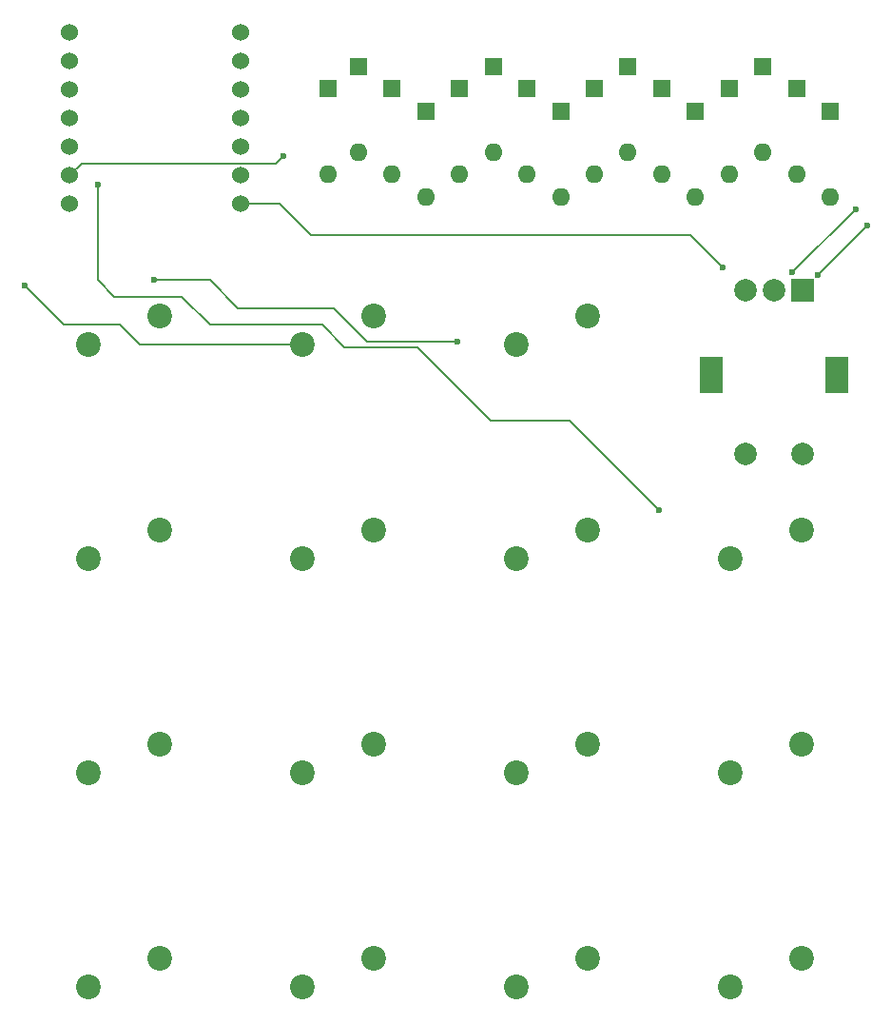
<source format=gbl>
%TF.GenerationSoftware,KiCad,Pcbnew,8.0.8*%
%TF.CreationDate,2025-02-12T11:08:45-05:00*%
%TF.ProjectId,hackpad,6861636b-7061-4642-9e6b-696361645f70,rev?*%
%TF.SameCoordinates,Original*%
%TF.FileFunction,Copper,L2,Bot*%
%TF.FilePolarity,Positive*%
%FSLAX46Y46*%
G04 Gerber Fmt 4.6, Leading zero omitted, Abs format (unit mm)*
G04 Created by KiCad (PCBNEW 8.0.8) date 2025-02-12 11:08:45*
%MOMM*%
%LPD*%
G01*
G04 APERTURE LIST*
%TA.AperFunction,ComponentPad*%
%ADD10R,1.600000X1.600000*%
%TD*%
%TA.AperFunction,ComponentPad*%
%ADD11O,1.600000X1.600000*%
%TD*%
%TA.AperFunction,ComponentPad*%
%ADD12C,2.200000*%
%TD*%
%TA.AperFunction,ComponentPad*%
%ADD13C,1.524000*%
%TD*%
%TA.AperFunction,ComponentPad*%
%ADD14R,2.000000X2.000000*%
%TD*%
%TA.AperFunction,ComponentPad*%
%ADD15C,2.000000*%
%TD*%
%TA.AperFunction,ComponentPad*%
%ADD16R,2.000000X3.200000*%
%TD*%
%TA.AperFunction,ViaPad*%
%ADD17C,0.600000*%
%TD*%
%TA.AperFunction,Conductor*%
%ADD18C,0.200000*%
%TD*%
G04 APERTURE END LIST*
D10*
%TO.P,D6,1,K*%
%TO.N,ROW1*%
X88731250Y-36000000D03*
D11*
%TO.P,D6,2,A*%
%TO.N,Net-(D6-A)*%
X88731250Y-43620000D03*
%TD*%
D12*
%TO.P,SW9,1,1*%
%TO.N,Net-(D10-A)*%
X78050000Y-96350000D03*
%TO.P,SW9,2,2*%
%TO.N,COL1*%
X71700000Y-98890000D03*
%TD*%
D10*
%TO.P,D1,1,K*%
%TO.N,ROW0*%
X74000000Y-38000000D03*
D11*
%TO.P,D1,2,A*%
%TO.N,Net-(D1-A)*%
X74000000Y-45620000D03*
%TD*%
D12*
%TO.P,SW14,1,1*%
%TO.N,Net-(D14-A)*%
X78050000Y-115400000D03*
%TO.P,SW14,2,2*%
%TO.N,COL1*%
X71700000Y-117940000D03*
%TD*%
%TO.P,SW2,1,1*%
%TO.N,Net-(D5-A)*%
X59000000Y-77300000D03*
%TO.P,SW2,2,2*%
%TO.N,COL0*%
X52650000Y-79840000D03*
%TD*%
D13*
%TO.P,U1,1,GPIO26/ADC0/A0*%
%TO.N,COL0*%
X51000000Y-33000000D03*
%TO.P,U1,2,GPIO27/ADC1/A1*%
%TO.N,COL1*%
X51000000Y-35540000D03*
%TO.P,U1,3,GPIO28/ADC2/A2*%
%TO.N,COL2*%
X51000000Y-38080000D03*
%TO.P,U1,4,GPIO29/ADC3/A3*%
%TO.N,COL3*%
X51000000Y-40620000D03*
%TO.P,U1,5,GPIO6/SDA*%
%TO.N,unconnected-(U1-GPIO6{slash}SDA-Pad5)*%
X51000000Y-43160000D03*
%TO.P,U1,6,GPIO7/SCL*%
%TO.N,ROW3*%
X51000000Y-45700000D03*
%TO.P,U1,7,GPIO0/TX*%
%TO.N,ROW2*%
X51000000Y-48240000D03*
%TO.P,U1,8,GPIO1/RX*%
%TO.N,B*%
X66240000Y-48240000D03*
%TO.P,U1,9,GPIO2/SCK*%
%TO.N,A*%
X66240000Y-45700000D03*
%TO.P,U1,10,GPIO4/MISO*%
%TO.N,ROW0*%
X66240000Y-43160000D03*
%TO.P,U1,11,GPIO3/MOSI*%
%TO.N,ROW1*%
X66240000Y-40620000D03*
%TO.P,U1,12,3V3*%
%TO.N,unconnected-(U1-3V3-Pad12)*%
X66240000Y-38080000D03*
%TO.P,U1,13,GND*%
%TO.N,GND*%
X66240000Y-35540000D03*
%TO.P,U1,14,VBUS*%
%TO.N,unconnected-(U1-VBUS-Pad14)*%
X66240000Y-33000000D03*
%TD*%
D10*
%TO.P,D15,1,K*%
%TO.N,ROW3*%
X106731250Y-40000000D03*
D11*
%TO.P,D15,2,A*%
%TO.N,Net-(D15-A)*%
X106731250Y-47620000D03*
%TD*%
D10*
%TO.P,D13,1,K*%
%TO.N,ROW3*%
X82731250Y-40000000D03*
D11*
%TO.P,D13,2,A*%
%TO.N,Net-(D13-A)*%
X82731250Y-47620000D03*
%TD*%
D10*
%TO.P,D12,1,K*%
%TO.N,ROW2*%
X115731250Y-38000000D03*
D11*
%TO.P,D12,2,A*%
%TO.N,Net-(D12-A)*%
X115731250Y-45620000D03*
%TD*%
D12*
%TO.P,SW1,1,1*%
%TO.N,Net-(D1-A)*%
X59000000Y-58250000D03*
%TO.P,SW1,2,2*%
%TO.N,COL0*%
X52650000Y-60790000D03*
%TD*%
D14*
%TO.P,SW10,A,A*%
%TO.N,A*%
X116228750Y-55973750D03*
D15*
%TO.P,SW10,B,B*%
%TO.N,B*%
X111228750Y-55973750D03*
%TO.P,SW10,C,C*%
%TO.N,GND*%
X113728750Y-55973750D03*
D16*
%TO.P,SW10,MP*%
%TO.N,N/C*%
X119328750Y-63473750D03*
X108128750Y-63473750D03*
D15*
%TO.P,SW10,S1,S1*%
%TO.N,COL3*%
X116228750Y-70473750D03*
%TO.P,SW10,S2,S2*%
%TO.N,Net-(D4-A)*%
X111228750Y-70473750D03*
%TD*%
D10*
%TO.P,D9,1,K*%
%TO.N,ROW2*%
X79731250Y-38000000D03*
D11*
%TO.P,D9,2,A*%
%TO.N,Net-(D9-A)*%
X79731250Y-45620000D03*
%TD*%
D12*
%TO.P,SW8,1,1*%
%TO.N,Net-(D9-A)*%
X59000000Y-96350000D03*
%TO.P,SW8,2,2*%
%TO.N,COL0*%
X52650000Y-98890000D03*
%TD*%
%TO.P,SW7,1,1*%
%TO.N,Net-(D3-A)*%
X97100000Y-58250000D03*
%TO.P,SW7,2,2*%
%TO.N,COL2*%
X90750000Y-60790000D03*
%TD*%
D10*
%TO.P,D7,1,K*%
%TO.N,ROW1*%
X100731250Y-36000000D03*
D11*
%TO.P,D7,2,A*%
%TO.N,Net-(D7-A)*%
X100731250Y-43620000D03*
%TD*%
D12*
%TO.P,SW5,1,1*%
%TO.N,Net-(D7-A)*%
X97100000Y-77300000D03*
%TO.P,SW5,2,2*%
%TO.N,COL2*%
X90750000Y-79840000D03*
%TD*%
%TO.P,SW12,1,1*%
%TO.N,Net-(D12-A)*%
X116150000Y-96350000D03*
%TO.P,SW12,2,2*%
%TO.N,COL3*%
X109800000Y-98890000D03*
%TD*%
D10*
%TO.P,D3,1,K*%
%TO.N,ROW0*%
X97731250Y-38000000D03*
D11*
%TO.P,D3,2,A*%
%TO.N,Net-(D3-A)*%
X97731250Y-45620000D03*
%TD*%
D12*
%TO.P,SW15,1,1*%
%TO.N,Net-(D15-A)*%
X97100000Y-115400000D03*
%TO.P,SW15,2,2*%
%TO.N,COL2*%
X90750000Y-117940000D03*
%TD*%
%TO.P,SW13,1,1*%
%TO.N,Net-(D13-A)*%
X59000000Y-115400000D03*
%TO.P,SW13,2,2*%
%TO.N,COL0*%
X52650000Y-117940000D03*
%TD*%
%TO.P,SW11,1,1*%
%TO.N,Net-(D11-A)*%
X97100000Y-96350000D03*
%TO.P,SW11,2,2*%
%TO.N,COL2*%
X90750000Y-98890000D03*
%TD*%
%TO.P,SW6,1,1*%
%TO.N,Net-(D8-A)*%
X116150000Y-77300000D03*
%TO.P,SW6,2,2*%
%TO.N,COL3*%
X109800000Y-79840000D03*
%TD*%
D10*
%TO.P,D8,1,K*%
%TO.N,ROW1*%
X112731250Y-36000000D03*
D11*
%TO.P,D8,2,A*%
%TO.N,Net-(D8-A)*%
X112731250Y-43620000D03*
%TD*%
D12*
%TO.P,SW16,1,1*%
%TO.N,Net-(D16-A)*%
X116150000Y-115400000D03*
%TO.P,SW16,2,2*%
%TO.N,COL3*%
X109800000Y-117940000D03*
%TD*%
D10*
%TO.P,D14,1,K*%
%TO.N,ROW3*%
X94731250Y-40000000D03*
D11*
%TO.P,D14,2,A*%
%TO.N,Net-(D14-A)*%
X94731250Y-47620000D03*
%TD*%
D10*
%TO.P,D11,1,K*%
%TO.N,ROW2*%
X103731250Y-38000000D03*
D11*
%TO.P,D11,2,A*%
%TO.N,Net-(D11-A)*%
X103731250Y-45620000D03*
%TD*%
D12*
%TO.P,SW4,1,1*%
%TO.N,Net-(D2-A)*%
X78050000Y-58250000D03*
%TO.P,SW4,2,2*%
%TO.N,COL1*%
X71700000Y-60790000D03*
%TD*%
D10*
%TO.P,D5,1,K*%
%TO.N,ROW1*%
X76731250Y-36000000D03*
D11*
%TO.P,D5,2,A*%
%TO.N,Net-(D5-A)*%
X76731250Y-43620000D03*
%TD*%
D10*
%TO.P,D2,1,K*%
%TO.N,ROW0*%
X85731250Y-38000000D03*
D11*
%TO.P,D2,2,A*%
%TO.N,Net-(D2-A)*%
X85731250Y-45620000D03*
%TD*%
D10*
%TO.P,D16,1,K*%
%TO.N,ROW3*%
X118731250Y-40000000D03*
D11*
%TO.P,D16,2,A*%
%TO.N,Net-(D16-A)*%
X118731250Y-47620000D03*
%TD*%
D12*
%TO.P,SW3,1,1*%
%TO.N,Net-(D6-A)*%
X78050000Y-77300000D03*
%TO.P,SW3,2,2*%
%TO.N,COL1*%
X71700000Y-79840000D03*
%TD*%
D10*
%TO.P,D4,1,K*%
%TO.N,ROW0*%
X109731250Y-38000000D03*
D11*
%TO.P,D4,2,A*%
%TO.N,Net-(D4-A)*%
X109731250Y-45620000D03*
%TD*%
D10*
%TO.P,D10,1,K*%
%TO.N,ROW2*%
X91731250Y-38000000D03*
D11*
%TO.P,D10,2,A*%
%TO.N,Net-(D10-A)*%
X91731250Y-45620000D03*
%TD*%
D17*
%TO.N,COL1*%
X47000000Y-55500000D03*
%TO.N,COL2*%
X58500000Y-55000000D03*
X85500000Y-60500000D03*
%TO.N,COL3*%
X53500000Y-46500000D03*
X103500000Y-75500000D03*
%TO.N,A*%
X117601250Y-54601250D03*
X122000000Y-50202500D03*
%TO.N,GND*%
X115351250Y-54351250D03*
X121000000Y-48702500D03*
%TO.N,B*%
X109127500Y-53872500D03*
%TO.N,ROW3*%
X70000000Y-44000000D03*
%TD*%
D18*
%TO.N,COL1*%
X50500000Y-59000000D02*
X55453402Y-59000000D01*
X57243402Y-60790000D02*
X71700000Y-60790000D01*
X47000000Y-55500000D02*
X50500000Y-59000000D01*
X55453402Y-59000000D02*
X57243402Y-60790000D01*
%TO.N,COL2*%
X78000000Y-60500000D02*
X85500000Y-60500000D01*
X74500000Y-57500000D02*
X77500000Y-60500000D01*
X66000000Y-57500000D02*
X63500000Y-55000000D01*
X73500000Y-57500000D02*
X66000000Y-57500000D01*
X73500000Y-57500000D02*
X74500000Y-57500000D01*
X63500000Y-55000000D02*
X58500000Y-55000000D01*
X77500000Y-60500000D02*
X78000000Y-60500000D01*
%TO.N,COL3*%
X53500000Y-55000000D02*
X53500000Y-46500000D01*
X103500000Y-75500000D02*
X95500000Y-67500000D01*
X81980000Y-60980000D02*
X75480000Y-60980000D01*
X55000000Y-56500000D02*
X53500000Y-55000000D01*
X63500000Y-59000000D02*
X61000000Y-56500000D01*
X88500000Y-67500000D02*
X81980000Y-60980000D01*
X75480000Y-60980000D02*
X73500000Y-59000000D01*
X95500000Y-67500000D02*
X88500000Y-67500000D01*
X61000000Y-56500000D02*
X55000000Y-56500000D01*
X73500000Y-59000000D02*
X63500000Y-59000000D01*
%TO.N,A*%
X122000000Y-50202500D02*
X117601250Y-54601250D01*
%TO.N,GND*%
X121000000Y-48702500D02*
X115351250Y-54351250D01*
%TO.N,B*%
X72500000Y-51000000D02*
X106255000Y-51000000D01*
X106255000Y-51000000D02*
X109127500Y-53872500D01*
X66240000Y-48240000D02*
X69740000Y-48240000D01*
X69740000Y-48240000D02*
X72500000Y-51000000D01*
%TO.N,ROW3*%
X70000000Y-44000000D02*
X69362000Y-44638000D01*
X52062000Y-44638000D02*
X51000000Y-45700000D01*
X69362000Y-44638000D02*
X52062000Y-44638000D01*
%TD*%
M02*

</source>
